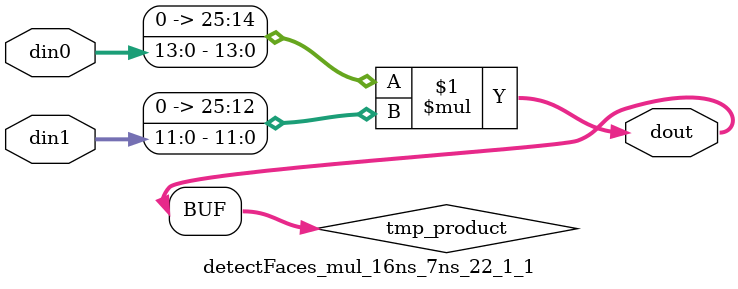
<source format=v>

`timescale 1 ns / 1 ps

  module detectFaces_mul_16ns_7ns_22_1_1(din0, din1, dout);
parameter ID = 1;
parameter NUM_STAGE = 0;
parameter din0_WIDTH = 14;
parameter din1_WIDTH = 12;
parameter dout_WIDTH = 26;

input [din0_WIDTH - 1 : 0] din0; 
input [din1_WIDTH - 1 : 0] din1; 
output [dout_WIDTH - 1 : 0] dout;

wire signed [dout_WIDTH - 1 : 0] tmp_product;










assign tmp_product = $signed({1'b0, din0}) * $signed({1'b0, din1});











assign dout = tmp_product;







endmodule

</source>
